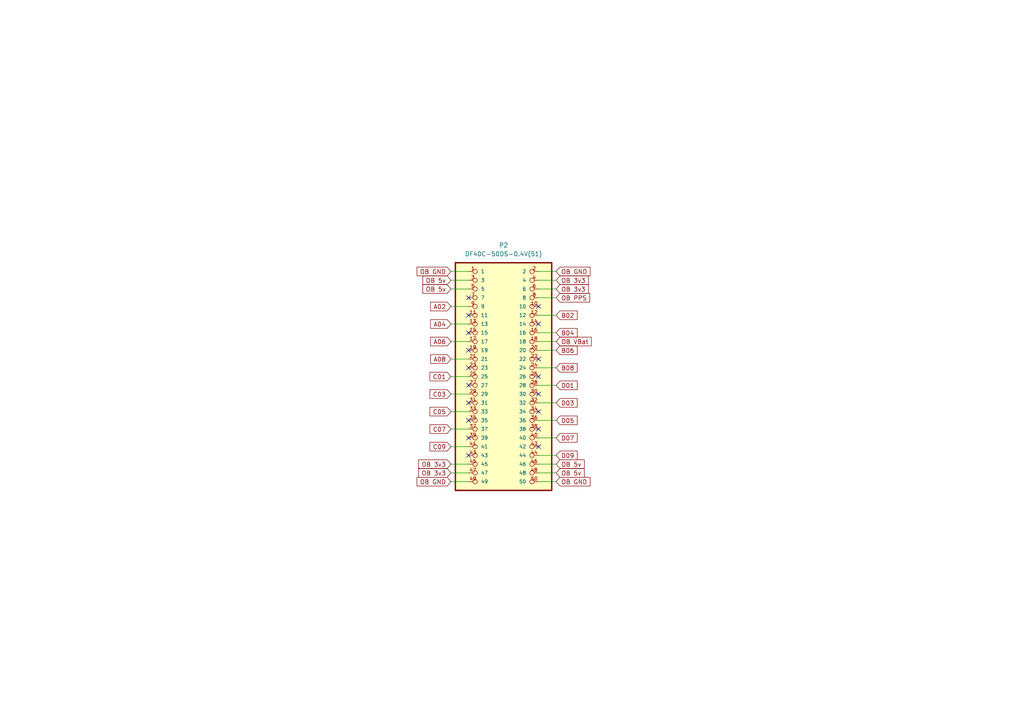
<source format=kicad_sch>
(kicad_sch (version 20231120) (generator "eeschema") (generator_version "8.0")
  (paper "A4")
  (lib_symbols
    (symbol "DF40C-50DS-0.4V_51_:DF40C-50DS-0.4V(51)" (pin_names (offset 1.016))
      (property "Reference" "P" (at -11.4344 33.6679 0))
      (property "Value" "DF40C-50DS-0.4V(51)" (at -11.4476 -35.6146 0))
      (symbol "DF40C-50DS-0.4V(51)_0_0"
        (rectangle (start -13.97 -33.02) (end 13.97 33.02) (stroke (width 0.4064)) (fill (type background)))
        (pin passive inverted (at -10.16 30.48 0) (length 2.54) (name "1") (number "1"))
        (pin passive inverted (at 10.16 20.32 180) (length 2.54) (name "10") (number "10"))
        (pin passive inverted (at -10.16 17.78 0) (length 2.54) (name "11") (number "11"))
        (pin passive inverted (at 10.16 17.78 180) (length 2.54) (name "12") (number "12"))
        (pin passive inverted (at -10.16 15.24 0) (length 2.54) (name "13") (number "13"))
        (pin passive inverted (at 10.16 15.24 180) (length 2.54) (name "14") (number "14"))
        (pin passive inverted (at -10.16 12.7 0) (length 2.54) (name "15") (number "15"))
        (pin passive inverted (at 10.16 12.7 180) (length 2.54) (name "16") (number "16"))
        (pin passive inverted (at -10.16 10.16 0) (length 2.54) (name "17") (number "17"))
        (pin passive inverted (at 10.16 10.16 180) (length 2.54) (name "18") (number "18"))
        (pin passive inverted (at -10.16 7.62 0) (length 2.54) (name "19") (number "19"))
        (pin passive inverted (at 10.16 30.48 180) (length 2.54) (name "2") (number "2"))
        (pin passive inverted (at 10.16 7.62 180) (length 2.54) (name "20") (number "20"))
        (pin passive inverted (at -10.16 5.08 0) (length 2.54) (name "21") (number "21"))
        (pin passive inverted (at 10.16 5.08 180) (length 2.54) (name "22") (number "22"))
        (pin passive inverted (at -10.16 2.54 0) (length 2.54) (name "23") (number "23"))
        (pin passive inverted (at 10.16 2.54 180) (length 2.54) (name "24") (number "24"))
        (pin passive inverted (at -10.16 0 0) (length 2.54) (name "25") (number "25"))
        (pin passive inverted (at 10.16 0 180) (length 2.54) (name "26") (number "26"))
        (pin passive inverted (at -10.16 -2.54 0) (length 2.54) (name "27") (number "27"))
        (pin passive inverted (at 10.16 -2.54 180) (length 2.54) (name "28") (number "28"))
        (pin passive inverted (at -10.16 -5.08 0) (length 2.54) (name "29") (number "29"))
        (pin passive inverted (at -10.16 27.94 0) (length 2.54) (name "3") (number "3"))
        (pin passive inverted (at 10.16 -5.08 180) (length 2.54) (name "30") (number "30"))
        (pin passive inverted (at -10.16 -7.62 0) (length 2.54) (name "31") (number "31"))
        (pin passive inverted (at 10.16 -7.62 180) (length 2.54) (name "32") (number "32"))
        (pin passive inverted (at -10.16 -10.16 0) (length 2.54) (name "33") (number "33"))
        (pin passive inverted (at 10.16 -10.16 180) (length 2.54) (name "34") (number "34"))
        (pin passive inverted (at -10.16 -12.7 0) (length 2.54) (name "35") (number "35"))
        (pin passive inverted (at 10.16 -12.7 180) (length 2.54) (name "36") (number "36"))
        (pin passive inverted (at -10.16 -15.24 0) (length 2.54) (name "37") (number "37"))
        (pin passive inverted (at 10.16 -15.24 180) (length 2.54) (name "38") (number "38"))
        (pin passive inverted (at -10.16 -17.78 0) (length 2.54) (name "39") (number "39"))
        (pin passive inverted (at 10.16 27.94 180) (length 2.54) (name "4") (number "4"))
        (pin passive inverted (at 10.16 -17.78 180) (length 2.54) (name "40") (number "40"))
        (pin passive inverted (at -10.16 -20.32 0) (length 2.54) (name "41") (number "41"))
        (pin passive inverted (at 10.16 -20.32 180) (length 2.54) (name "42") (number "42"))
        (pin passive inverted (at -10.16 -22.86 0) (length 2.54) (name "43") (number "43"))
        (pin passive inverted (at 10.16 -22.86 180) (length 2.54) (name "44") (number "44"))
        (pin passive inverted (at -10.16 -25.4 0) (length 2.54) (name "45") (number "45"))
        (pin passive inverted (at 10.16 -25.4 180) (length 2.54) (name "46") (number "46"))
        (pin passive inverted (at -10.16 -27.94 0) (length 2.54) (name "47") (number "47"))
        (pin passive inverted (at 10.16 -27.94 180) (length 2.54) (name "48") (number "48"))
        (pin passive inverted (at -10.16 -30.48 0) (length 2.54) (name "49") (number "49"))
        (pin passive inverted (at -10.16 25.4 0) (length 2.54) (name "5") (number "5"))
        (pin passive inverted (at 10.16 -30.48 180) (length 2.54) (name "50") (number "50"))
        (pin passive inverted (at 10.16 25.4 180) (length 2.54) (name "6") (number "6"))
        (pin passive inverted (at -10.16 22.86 0) (length 2.54) (name "7") (number "7"))
        (pin passive inverted (at 10.16 22.86 180) (length 2.54) (name "8") (number "8"))
        (pin passive inverted (at -10.16 20.32 0) (length 2.54) (name "9") (number "9"))
      )
    )
  )
  (no_connect (at 156.21 114.3))
  (no_connect (at 156.21 129.54))
  (no_connect (at 135.89 86.36))
  (no_connect (at 135.89 91.44))
  (no_connect (at 156.21 104.14))
  (no_connect (at 156.21 119.38))
  (no_connect (at 156.21 124.46))
  (no_connect (at 135.89 96.52))
  (no_connect (at 156.21 93.98))
  (no_connect (at 135.89 101.6))
  (no_connect (at 156.21 88.9))
  (no_connect (at 156.21 109.22))
  (no_connect (at 135.89 132.08))
  (no_connect (at 135.89 127))
  (no_connect (at 135.89 106.68))
  (no_connect (at 135.89 116.84))
  (no_connect (at 135.89 111.76))
  (no_connect (at 135.89 121.92))
  (wire (pts (xy 156.21 91.44) (xy 161.29 91.44)))
  (wire (pts (xy 130.81 93.98) (xy 135.89 93.98)))
  (wire (pts (xy 156.21 83.82) (xy 161.29 83.82)))
  (wire (pts (xy 130.81 124.46) (xy 135.89 124.46)))
  (wire (pts (xy 156.21 132.08) (xy 161.29 132.08)))
  (wire (pts (xy 156.21 99.06) (xy 161.29 99.06)))
  (wire (pts (xy 156.21 106.68) (xy 161.29 106.68)))
  (wire (pts (xy 130.81 114.3) (xy 135.89 114.3)))
  (wire (pts (xy 156.21 78.74) (xy 161.29 78.74)))
  (wire (pts (xy 130.81 78.74) (xy 135.89 78.74)))
  (wire (pts (xy 156.21 116.84) (xy 161.29 116.84)))
  (wire (pts (xy 130.81 134.62) (xy 135.89 134.62)))
  (wire (pts (xy 130.81 109.22) (xy 135.89 109.22)))
  (wire (pts (xy 156.21 137.16) (xy 161.29 137.16)))
  (wire (pts (xy 130.81 119.38) (xy 135.89 119.38)))
  (wire (pts (xy 130.81 83.82) (xy 135.89 83.82)))
  (wire (pts (xy 156.21 139.7) (xy 161.29 139.7)))
  (wire (pts (xy 156.21 81.28) (xy 161.29 81.28)))
  (wire (pts (xy 156.21 101.6) (xy 161.29 101.6)))
  (wire (pts (xy 156.21 121.92) (xy 161.29 121.92)))
  (wire (pts (xy 130.81 104.14) (xy 135.89 104.14)))
  (wire (pts (xy 156.21 127) (xy 161.29 127)))
  (wire (pts (xy 130.81 129.54) (xy 135.89 129.54)))
  (wire (pts (xy 156.21 86.36) (xy 161.29 86.36)))
  (wire (pts (xy 130.81 139.7) (xy 135.89 139.7)))
  (wire (pts (xy 156.21 134.62) (xy 161.29 134.62)))
  (wire (pts (xy 130.81 99.06) (xy 135.89 99.06)))
  (wire (pts (xy 130.81 88.9) (xy 135.89 88.9)))
  (wire (pts (xy 130.81 137.16) (xy 135.89 137.16)))
  (wire (pts (xy 156.21 111.76) (xy 161.29 111.76)))
  (wire (pts (xy 156.21 96.52) (xy 161.29 96.52)))
  (wire (pts (xy 130.81 81.28) (xy 135.89 81.28)))
  (global_label "B06" (shape input) (at 161.29 101.6 0) (property "Intersheetrefs" "${INTERSHEET_REFS}" (effects (hide yes))))
  (global_label "A08" (shape input) (at 130.81 104.14 180) (property "Intersheetrefs" "${INTERSHEET_REFS}" (effects (hide yes))))
  (global_label "OB 3v3" (shape input) (at 130.81 134.62 180) (property "Intersheetrefs" "${INTERSHEET_REFS}" (effects (hide yes))))
  (global_label "C03" (shape input) (at 130.81 114.3 180) (property "Intersheetrefs" "${INTERSHEET_REFS}" (effects (hide yes))))
  (global_label "A06" (shape input) (at 130.81 99.06 180) (property "Intersheetrefs" "${INTERSHEET_REFS}" (effects (hide yes))))
  (global_label "OB 3v3" (shape input) (at 161.29 83.82 0) (property "Intersheetrefs" "${INTERSHEET_REFS}" (effects (hide yes))))
  (global_label "D01" (shape input) (at 161.29 111.76 0) (property "Intersheetrefs" "${INTERSHEET_REFS}" (effects (hide yes))))
  (global_label "C01" (shape input) (at 130.81 109.22 180) (property "Intersheetrefs" "${INTERSHEET_REFS}" (effects (hide yes))))
  (global_label "OB 3v3" (shape input) (at 161.29 81.28 0) (property "Intersheetrefs" "${INTERSHEET_REFS}" (effects (hide yes))))
  (global_label "OB 5v" (shape input) (at 161.29 134.62 0) (property "Intersheetrefs" "${INTERSHEET_REFS}" (effects (hide yes))))
  (global_label "OB VBat" (shape input) (at 161.29 99.06 0) (property "Intersheetrefs" "${INTERSHEET_REFS}" (effects (hide yes))))
  (global_label "A04" (shape input) (at 130.81 93.98 180) (property "Intersheetrefs" "${INTERSHEET_REFS}" (effects (hide yes))))
  (global_label "D05" (shape input) (at 161.29 121.92 0) (property "Intersheetrefs" "${INTERSHEET_REFS}" (effects (hide yes))))
  (global_label "OB GND" (shape input) (at 161.29 139.7 0) (property "Intersheetrefs" "${INTERSHEET_REFS}" (effects (hide yes))))
  (global_label "OB 5v" (shape input) (at 161.29 137.16 0) (property "Intersheetrefs" "${INTERSHEET_REFS}" (effects (hide yes))))
  (global_label "D07" (shape input) (at 161.29 127 0) (property "Intersheetrefs" "${INTERSHEET_REFS}" (effects (hide yes))))
  (global_label "D03" (shape input) (at 161.29 116.84 0) (property "Intersheetrefs" "${INTERSHEET_REFS}" (effects (hide yes))))
  (global_label "OB GND" (shape input) (at 130.81 78.74 180) (property "Intersheetrefs" "${INTERSHEET_REFS}" (effects (hide yes))))
  (global_label "OB PPS" (shape input) (at 161.29 86.36 0) (property "Intersheetrefs" "${INTERSHEET_REFS}" (effects (hide yes))))
  (global_label "C09" (shape input) (at 130.81 129.54 180) (property "Intersheetrefs" "${INTERSHEET_REFS}" (effects (hide yes))))
  (global_label "OB GND" (shape input) (at 130.81 139.7 180) (property "Intersheetrefs" "${INTERSHEET_REFS}" (effects (hide yes))))
  (global_label "B02" (shape input) (at 161.29 91.44 0) (property "Intersheetrefs" "${INTERSHEET_REFS}" (effects (hide yes))))
  (global_label "C07" (shape input) (at 130.81 124.46 180) (property "Intersheetrefs" "${INTERSHEET_REFS}" (effects (hide yes))))
  (global_label "D09" (shape input) (at 161.29 132.08 0) (property "Intersheetrefs" "${INTERSHEET_REFS}" (effects (hide yes))))
  (global_label "B08" (shape input) (at 161.29 106.68 0) (property "Intersheetrefs" "${INTERSHEET_REFS}" (effects (hide yes))))
  (global_label "C05" (shape input) (at 130.81 119.38 180) (property "Intersheetrefs" "${INTERSHEET_REFS}" (effects (hide yes))))
  (global_label "A02" (shape input) (at 130.81 88.9 180) (property "Intersheetrefs" "${INTERSHEET_REFS}" (effects (hide yes))))
  (global_label "B04" (shape input) (at 161.29 96.52 0) (property "Intersheetrefs" "${INTERSHEET_REFS}" (effects (hide yes))))
  (global_label "OB GND" (shape input) (at 161.29 78.74 0) (property "Intersheetrefs" "${INTERSHEET_REFS}" (effects (hide yes))))
  (global_label "OB 5v" (shape input) (at 130.81 81.28 180) (property "Intersheetrefs" "${INTERSHEET_REFS}" (effects (hide yes))))
  (global_label "OB 5v" (shape input) (at 130.81 83.82 180) (property "Intersheetrefs" "${INTERSHEET_REFS}" (effects (hide yes))))
  (global_label "OB 3v3" (shape input) (at 130.81 137.16 180) (property "Intersheetrefs" "${INTERSHEET_REFS}" (effects (hide yes))))
  (symbol (lib_id "DF40C-50DS-0.4V_51_:DF40C-50DS-0.4V(51)") (at 146.05 109.22 0) (unit 1)
    (property "Reference" "P2" (at 146.05 71.12 0))
    (property "Value" "DF40C-50DS-0.4V(51)" (at 146.05 73.66 0))
    (property "Footprint" "Skripsie:HRS_DF40C-50DS-0.4V(51)" (effects (hide yes)))
    (property "Description" "\n50 Position Connector Receptacle, Center Strip Contacts Surface Mount Gold\n" (effects (hide yes)))
    (property "MF" "Hirose Electric Co Ltd" (effects (hide yes)))
    (property "Package" "None" (effects (hide yes)))
    (property "Price" "None" (effects (hide yes)))
    (property "Check_prices" "https://www.snapeda.com/parts/DF40C-50DS-0.4V(51)/Hirose/view-part/?ref=eda" (effects (hide yes)))
    (property "SnapEDA_Link" "https://www.snapeda.com/parts/DF40C-50DS-0.4V(51)/Hirose/view-part/?ref=snap" (effects (hide yes)))
    (property "MP" "DF40C-50DS-0.4V(51)" (effects (hide yes)))
    (property "Purchase-URL" "https://pricing.snapeda.com/search?q=DF40C-50DS-0.4V(51)&ref=eda" (effects (hide yes)))
    (property "Availability" "In Stock" (effects (hide yes)))
    (property "MANUFACTURER" "Hirose Electric Co Ltd" (effects (hide yes)))
  )
)
</source>
